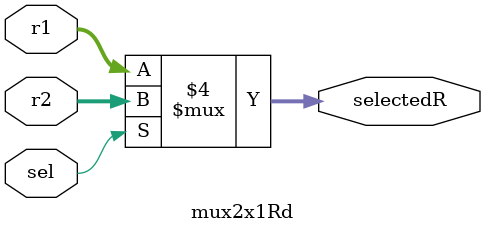
<source format=v>
module IF_ID #(parameter OPCODE_WIDTH = 4, REG_WIDTH = 3, I_IMM_WIDTH = 5, S_IMM_WIDTH = 9, JMP_OFFSET_WIDTH = 12)(
   	 input wire IFIDwr,
	input wire clk, rst,
    input wire [OPCODE_WIDTH-1:0] opcode_in,
    input wire [REG_WIDTH-1:0] rd_in,
    input wire [REG_WIDTH-1:0] rs1_in,
    input wire [REG_WIDTH-1:0] rs2_in,
    input wire [I_IMM_WIDTH-1:0] I_immediate_in,
    input wire [S_IMM_WIDTH-1:0] S_immediate_in,
    input wire [JMP_OFFSET_WIDTH-1:0] jmp_offset_in,
    input wire mode_in,	 /*
    input wire is_rtype_in,
    input wire is_itype_in,
    input wire is_jtype_in,
    input wire is_stype_in,	 */
	input [15:0] currentPC,
	output reg [15:0] currentPCout,
    output reg [OPCODE_WIDTH-1:0] opcode_out,
    output reg [REG_WIDTH-1:0] rd_out,
    output reg [REG_WIDTH-1:0] rs1_out,
    output reg [REG_WIDTH-1:0] rs2_out,
    output reg [I_IMM_WIDTH-1:0] I_immediate_out,
    output reg [S_IMM_WIDTH-1:0] S_immediate_out,
    output reg [JMP_OFFSET_WIDTH-1:0] jmp_offset_out,
    output reg mode_out   /*
    output reg is_rtype_out,
    output reg is_itype_out,
    output reg is_jtype_out,
    output reg is_stype_out	*/
);
    always @(posedge clk or posedge rst) begin
        if (rst) begin
            opcode_out <= 0;
            rd_out <= 0;
            rs1_out <= 0;
            rs2_out <= 0;
            I_immediate_out <= 0;
            S_immediate_out <= 0;
            jmp_offset_out <= 0;
            mode_out <= 0;
			currentPCout <= 0;
			/*
            is_rtype_out <= 0;
            is_itype_out <= 0;
            is_jtype_out <= 0;
            is_stype_out <= 0; */
        end else 
		         if(IFIDwr)begin
            opcode_out <= opcode_in;
            rd_out <= rd_in;
            rs1_out <= rs1_in;
            rs2_out <= rs2_in;
            I_immediate_out <= I_immediate_in;
            S_immediate_out <= S_immediate_in;
            jmp_offset_out <= jmp_offset_in;
            mode_out <= mode_in;
			currentPCout <= currentPC;/*
            is_rtype_out <= is_rtype_in;
            is_itype_out <= is_itype_in;
            is_jtype_out <= is_jtype_in;
            is_stype_out <= is_stype_in;  */
        end
    end
endmodule

module mux2x1Rd(
	input [2:0] r1, 
	input [2:0] r2,
	input sel,
	output reg [2:0] selectedR);
	always @(*) begin
		if(sel == 0) begin
			selectedR = r1 ;
		end				   
	else begin
		selectedR = r2;
	end
	end
endmodule

		
	
</source>
